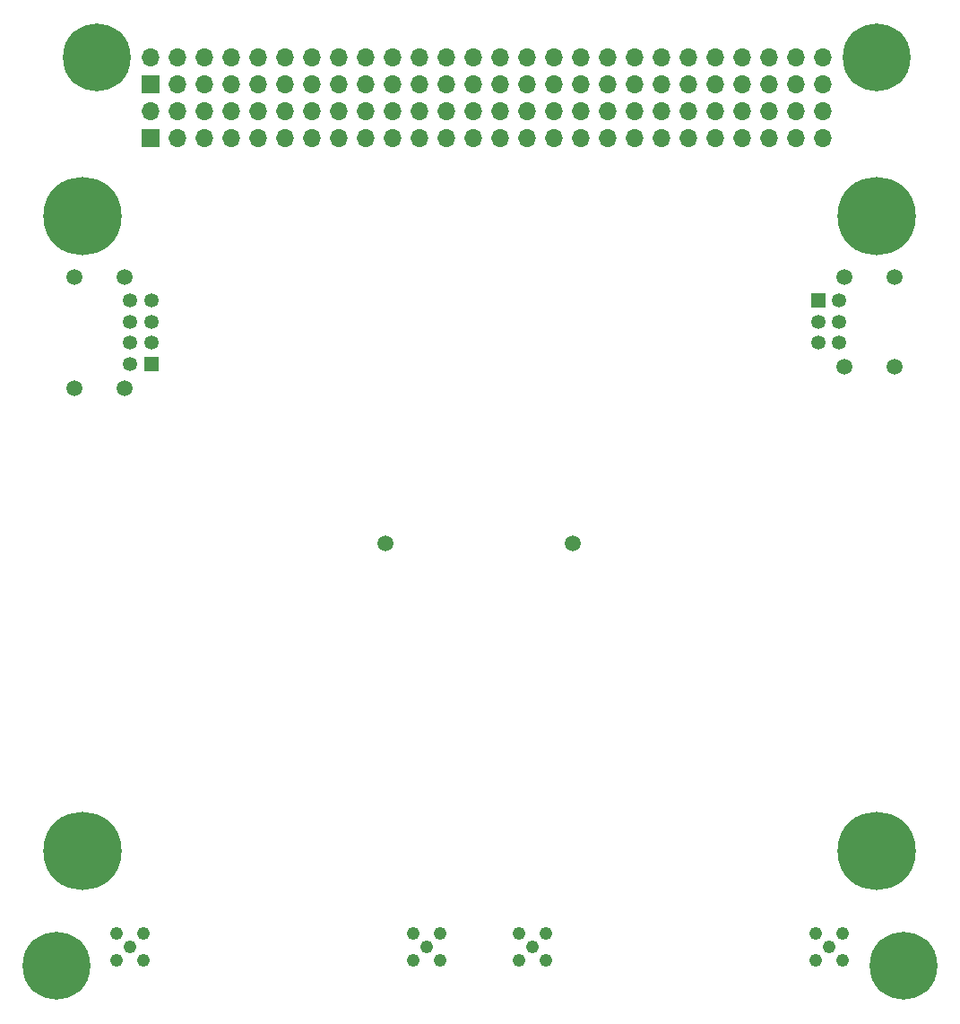
<source format=gbr>
%TF.GenerationSoftware,KiCad,Pcbnew,9.0.6*%
%TF.CreationDate,2025-11-19T17:48:12+01:00*%
%TF.ProjectId,Spino CS,5370696e-6f20-4435-932e-6b696361645f,v2.1*%
%TF.SameCoordinates,PX68e7780PY2faf080*%
%TF.FileFunction,Soldermask,Bot*%
%TF.FilePolarity,Negative*%
%FSLAX46Y46*%
G04 Gerber Fmt 4.6, Leading zero omitted, Abs format (unit mm)*
G04 Created by KiCad (PCBNEW 9.0.6) date 2025-11-19 17:48:12*
%MOMM*%
%LPD*%
G01*
G04 APERTURE LIST*
%ADD10C,6.400000*%
%ADD11C,7.400000*%
%ADD12C,1.500000*%
%ADD13R,1.350000X1.350000*%
%ADD14C,1.350000*%
%ADD15R,1.700000X1.700000*%
%ADD16O,1.700000X1.700000*%
%ADD17C,1.240000*%
G04 APERTURE END LIST*
D10*
%TO.C,H2*%
X82550000Y-5080000D03*
%TD*%
D11*
%TO.C,H8*%
X7500000Y-80000000D03*
%TD*%
D12*
%TO.C,J5*%
X36150000Y-50950000D03*
X53850000Y-50950000D03*
%TD*%
D10*
%TO.C,H3*%
X85090000Y-90810000D03*
%TD*%
D13*
%TO.C,J3*%
X77000000Y-28000000D03*
D14*
X77000000Y-30000000D03*
X77000000Y-32000000D03*
X79000000Y-28000000D03*
X79000000Y-30000000D03*
X79000000Y-32000000D03*
D12*
X79500000Y-34250000D03*
X84250000Y-34250000D03*
X79500000Y-25750000D03*
X84250000Y-25750000D03*
%TD*%
D15*
%TO.C,J2*%
X13970000Y-7620000D03*
D16*
X13970000Y-5080000D03*
X16510000Y-7620000D03*
X16510000Y-5080000D03*
X19050000Y-7620000D03*
X19050000Y-5080000D03*
X21590000Y-7620000D03*
X21590000Y-5080000D03*
X24130000Y-7620000D03*
X24130000Y-5080000D03*
X26670000Y-7620000D03*
X26670000Y-5080000D03*
X29210000Y-7620000D03*
X29210000Y-5080000D03*
X31750000Y-7620000D03*
X31750000Y-5080000D03*
X34290000Y-7620000D03*
X34290000Y-5080000D03*
X36830000Y-7620000D03*
X36830000Y-5080000D03*
X39370000Y-7620000D03*
X39370000Y-5080000D03*
X41910000Y-7620000D03*
X41910000Y-5080000D03*
X44450000Y-7620000D03*
X44450000Y-5080000D03*
X46990000Y-7620000D03*
X46990000Y-5080000D03*
X49530000Y-7620000D03*
X49530000Y-5080000D03*
X52070000Y-7620000D03*
X52070000Y-5080000D03*
X54610000Y-7620000D03*
X54610000Y-5080000D03*
X57150000Y-7620000D03*
X57150000Y-5080000D03*
X59690000Y-7620000D03*
X59690000Y-5080000D03*
X62230000Y-7620000D03*
X62230000Y-5080000D03*
X64770000Y-7620000D03*
X64770000Y-5080000D03*
X67310000Y-7620000D03*
X67310000Y-5080000D03*
X69850000Y-7620000D03*
X69850000Y-5080000D03*
X72390000Y-7620000D03*
X72390000Y-5080000D03*
X74930000Y-7620000D03*
X74930000Y-5080000D03*
X77470000Y-7620000D03*
X77470000Y-5080000D03*
%TD*%
D11*
%TO.C,H5*%
X7500000Y-20000000D03*
%TD*%
D15*
%TO.C,J1*%
X13970000Y-12700000D03*
D16*
X13970000Y-10160000D03*
X16510000Y-12700000D03*
X16510000Y-10160000D03*
X19050000Y-12700000D03*
X19050000Y-10160000D03*
X21590000Y-12700000D03*
X21590000Y-10160000D03*
X24130000Y-12700000D03*
X24130000Y-10160000D03*
X26670000Y-12700000D03*
X26670000Y-10160000D03*
X29210000Y-12700000D03*
X29210000Y-10160000D03*
X31750000Y-12700000D03*
X31750000Y-10160000D03*
X34290000Y-12700000D03*
X34290000Y-10160000D03*
X36830000Y-12700000D03*
X36830000Y-10160000D03*
X39370000Y-12700000D03*
X39370000Y-10160000D03*
X41910000Y-12700000D03*
X41910000Y-10160000D03*
X44450000Y-12700000D03*
X44450000Y-10160000D03*
X46990000Y-12700000D03*
X46990000Y-10160000D03*
X49530000Y-12700000D03*
X49530000Y-10160000D03*
X52070000Y-12700000D03*
X52070000Y-10160000D03*
X54610000Y-12700000D03*
X54610000Y-10160000D03*
X57150000Y-12700000D03*
X57150000Y-10160000D03*
X59690000Y-12700000D03*
X59690000Y-10160000D03*
X62230000Y-12700000D03*
X62230000Y-10160000D03*
X64770000Y-12700000D03*
X64770000Y-10160000D03*
X67310000Y-12700000D03*
X67310000Y-10160000D03*
X69850000Y-12700000D03*
X69850000Y-10160000D03*
X72390000Y-12700000D03*
X72390000Y-10160000D03*
X74930000Y-12700000D03*
X74930000Y-10160000D03*
X77470000Y-12700000D03*
X77470000Y-10160000D03*
%TD*%
D11*
%TO.C,H6*%
X82500000Y-20000000D03*
%TD*%
%TO.C,H7*%
X82500000Y-80000000D03*
%TD*%
D10*
%TO.C,H1*%
X8890000Y-5080000D03*
%TD*%
%TO.C,H4*%
X5080000Y-90810000D03*
%TD*%
D13*
%TO.C,J4*%
X14000000Y-34000000D03*
D14*
X14000000Y-32000000D03*
X14000000Y-30000000D03*
X14000000Y-28000000D03*
X12000000Y-34000000D03*
X12000000Y-32000000D03*
X12000000Y-30000000D03*
X12000000Y-28000000D03*
D12*
X11500000Y-25750000D03*
X6750000Y-25750000D03*
X11500000Y-36250000D03*
X6750000Y-36250000D03*
%TD*%
D17*
%TO.C,J8*%
X78000000Y-89000000D03*
X79270000Y-90270000D03*
X79270000Y-87730000D03*
X76730000Y-90270000D03*
X76730000Y-87730000D03*
%TD*%
%TO.C,J6*%
X12000000Y-89000000D03*
X10730000Y-87730000D03*
X10730000Y-90270000D03*
X13270000Y-87730000D03*
X13270000Y-90270000D03*
%TD*%
%TO.C,J9*%
X50000000Y-89000000D03*
X48730000Y-90270000D03*
X51270000Y-90270000D03*
X48730000Y-87730000D03*
X51270000Y-87730000D03*
%TD*%
%TO.C,J7*%
X40000000Y-89000000D03*
X38730000Y-90270000D03*
X41270000Y-90270000D03*
X38730000Y-87730000D03*
X41270000Y-87730000D03*
%TD*%
M02*

</source>
